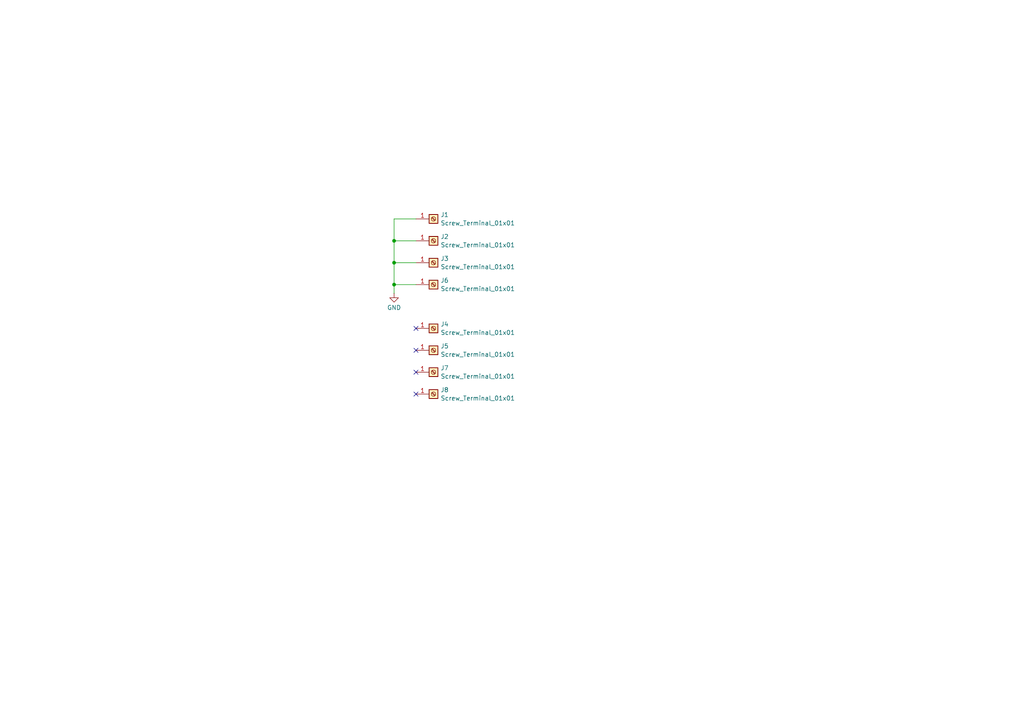
<source format=kicad_sch>
(kicad_sch (version 20231120) (generator "eeschema") (generator_version "8.0")
  (paper "A4")
  (lib_symbols
    (symbol "Connector:Screw_Terminal_01x01" (pin_names (offset 1.016) hide)
      (property "Reference" "J" (at 0 2.54 0))
      (property "Value" "Screw_Terminal_01x01" (at 0 -2.54 0))
      (symbol "Screw_Terminal_01x01_1_1"
        (rectangle (start -1.27 1.27) (end 1.27 -1.27) (stroke (width 0.254)) (fill (type background)))
        (polyline (pts (xy -0.5334 0.3302) (xy 0.3302 -0.508)) (stroke (width 0.1524)))
        (polyline (pts (xy -0.3556 0.508) (xy 0.508 -0.3302)) (stroke (width 0.1524)))
        (circle (center 0 0) (radius 0.635) (stroke (width 0.1524)))
        (pin passive line (at -5.08 0 0) (length 3.81) (name "Pin_1") (number "1"))
      )
    )
    (symbol "power:GND" (power) (pin_numbers hide) (pin_names (offset 0) hide)
      (property "Value" "GND" (at 0 -3.81 0))
      (symbol "GND_0_1"
        (polyline (pts (xy 0 0) (xy 0 -1.27) (xy 1.27 -1.27) (xy 0 -2.54) (xy -1.27 -1.27) (xy 0 -1.27)))
      )
      (symbol "GND_1_1"
        (pin power_in line (at 0 0 270) (length 0) (name "~") (number "1"))
      )
    )
  )
  (junction (at 114.3 82.55))
  (junction (at 114.3 69.85))
  (junction (at 114.3 76.2))
  (no_connect (at 120.65 107.95))
  (no_connect (at 120.65 101.6))
  (no_connect (at 120.65 95.25))
  (no_connect (at 120.65 114.3))
  (wire (pts (xy 114.3 63.5) (xy 120.65 63.5)))
  (wire (pts (xy 114.3 76.2) (xy 120.65 76.2)))
  (wire (pts (xy 114.3 76.2) (xy 114.3 69.85)))
  (wire (pts (xy 114.3 69.85) (xy 114.3 63.5)))
  (wire (pts (xy 114.3 76.2) (xy 114.3 82.55)))
  (wire (pts (xy 114.3 85.09) (xy 114.3 82.55)))
  (wire (pts (xy 114.3 82.55) (xy 120.65 82.55)))
  (wire (pts (xy 114.3 69.85) (xy 120.65 69.85)))
  (symbol (lib_id "Connector:Screw_Terminal_01x01") (at 125.73 101.6 0) (unit 1)
    (property "Reference" "J5" (at 127.762 100.3878 0) (effects (justify left)))
    (property "Value" "Screw_Terminal_01x01" (at 127.762 102.8121 0) (effects (justify left)))
    (property "Footprint" "Custom_FP:Wider_M3" (effects (hide yes)))
    (property "Description" "Generic screw terminal, single row, 01x01, script generated (kicad-library-utils/schlib/autogen/connector/)" (effects (hide yes)))
  )
  (symbol (lib_id "power:GND") (at 114.3 85.09 0) (unit 1)
    (property "Reference" "#PWR01" (effects (hide yes)))
    (property "Value" "GND" (at 114.3 89.2231 0))
    (property "Description" "Power symbol creates a global label with name \"GND\" , ground" (effects (hide yes)))
  )
  (symbol (lib_id "Connector:Screw_Terminal_01x01") (at 125.73 114.3 0) (unit 1)
    (property "Reference" "J8" (at 127.762 113.0878 0) (effects (justify left)))
    (property "Value" "Screw_Terminal_01x01" (at 127.762 115.5121 0) (effects (justify left)))
    (property "Footprint" "Custom_FP:Wider_M3" (effects (hide yes)))
    (property "Description" "Generic screw terminal, single row, 01x01, script generated (kicad-library-utils/schlib/autogen/connector/)" (effects (hide yes)))
  )
  (symbol (lib_id "Connector:Screw_Terminal_01x01") (at 125.73 95.25 0) (unit 1)
    (property "Reference" "J4" (at 127.762 94.0378 0) (effects (justify left)))
    (property "Value" "Screw_Terminal_01x01" (at 127.762 96.4621 0) (effects (justify left)))
    (property "Footprint" "Custom_FP:Wider_M3" (effects (hide yes)))
    (property "Description" "Generic screw terminal, single row, 01x01, script generated (kicad-library-utils/schlib/autogen/connector/)" (effects (hide yes)))
  )
  (symbol (lib_id "Connector:Screw_Terminal_01x01") (at 125.73 69.85 0) (unit 1)
    (property "Reference" "J2" (at 127.762 68.6378 0) (effects (justify left)))
    (property "Value" "Screw_Terminal_01x01" (at 127.762 71.0621 0) (effects (justify left)))
    (property "Footprint" "Custom_FP:JackHole_3.5mm" (effects (hide yes)))
    (property "Description" "Generic screw terminal, single row, 01x01, script generated (kicad-library-utils/schlib/autogen/connector/)" (effects (hide yes)))
  )
  (symbol (lib_id "Connector:Screw_Terminal_01x01") (at 125.73 82.55 0) (unit 1)
    (property "Reference" "J6" (at 127.762 81.3378 0) (effects (justify left)))
    (property "Value" "Screw_Terminal_01x01" (at 127.762 83.7621 0) (effects (justify left)))
    (property "Footprint" "Custom_FP:JackHole_3.5mm" (effects (hide yes)))
    (property "Description" "Generic screw terminal, single row, 01x01, script generated (kicad-library-utils/schlib/autogen/connector/)" (effects (hide yes)))
  )
  (symbol (lib_id "Connector:Screw_Terminal_01x01") (at 125.73 63.5 0) (unit 1)
    (property "Reference" "J1" (at 127.762 62.2878 0) (effects (justify left)))
    (property "Value" "Screw_Terminal_01x01" (at 127.762 64.7121 0) (effects (justify left)))
    (property "Footprint" "Custom_FP:JackHole_3.5mm" (effects (hide yes)))
    (property "Description" "Generic screw terminal, single row, 01x01, script generated (kicad-library-utils/schlib/autogen/connector/)" (effects (hide yes)))
  )
  (symbol (lib_id "Connector:Screw_Terminal_01x01") (at 125.73 107.95 0) (unit 1)
    (property "Reference" "J7" (at 127.762 106.7378 0) (effects (justify left)))
    (property "Value" "Screw_Terminal_01x01" (at 127.762 109.1621 0) (effects (justify left)))
    (property "Footprint" "Custom_FP:Wider_M3" (effects (hide yes)))
    (property "Description" "Generic screw terminal, single row, 01x01, script generated (kicad-library-utils/schlib/autogen/connector/)" (effects (hide yes)))
  )
  (symbol (lib_id "Connector:Screw_Terminal_01x01") (at 125.73 76.2 0) (unit 1)
    (property "Reference" "J3" (at 127.762 74.9878 0) (effects (justify left)))
    (property "Value" "Screw_Terminal_01x01" (at 127.762 77.4121 0) (effects (justify left)))
    (property "Footprint" "Custom_FP:JackHole_3.5mm" (effects (hide yes)))
    (property "Description" "Generic screw terminal, single row, 01x01, script generated (kicad-library-utils/schlib/autogen/connector/)" (effects (hide yes)))
  )
)
</source>
